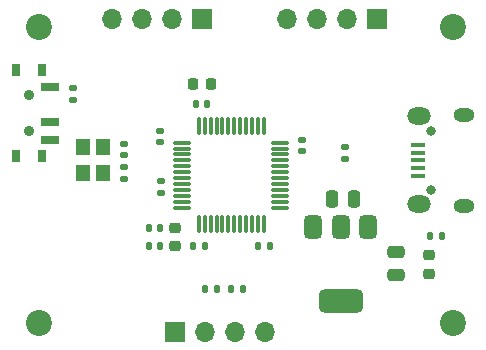
<source format=gbr>
%TF.GenerationSoftware,KiCad,Pcbnew,8.0.0*%
%TF.CreationDate,2024-03-15T15:48:41+01:00*%
%TF.ProjectId,STM32F103_BluePill,53544d33-3246-4313-9033-5f426c756550,rev?*%
%TF.SameCoordinates,Original*%
%TF.FileFunction,Soldermask,Top*%
%TF.FilePolarity,Negative*%
%FSLAX46Y46*%
G04 Gerber Fmt 4.6, Leading zero omitted, Abs format (unit mm)*
G04 Created by KiCad (PCBNEW 8.0.0) date 2024-03-15 15:48:41*
%MOMM*%
%LPD*%
G01*
G04 APERTURE LIST*
G04 Aperture macros list*
%AMRoundRect*
0 Rectangle with rounded corners*
0 $1 Rounding radius*
0 $2 $3 $4 $5 $6 $7 $8 $9 X,Y pos of 4 corners*
0 Add a 4 corners polygon primitive as box body*
4,1,4,$2,$3,$4,$5,$6,$7,$8,$9,$2,$3,0*
0 Add four circle primitives for the rounded corners*
1,1,$1+$1,$2,$3*
1,1,$1+$1,$4,$5*
1,1,$1+$1,$6,$7*
1,1,$1+$1,$8,$9*
0 Add four rect primitives between the rounded corners*
20,1,$1+$1,$2,$3,$4,$5,0*
20,1,$1+$1,$4,$5,$6,$7,0*
20,1,$1+$1,$6,$7,$8,$9,0*
20,1,$1+$1,$8,$9,$2,$3,0*%
G04 Aperture macros list end*
%ADD10C,2.200000*%
%ADD11RoundRect,0.225000X-0.225000X-0.250000X0.225000X-0.250000X0.225000X0.250000X-0.225000X0.250000X0*%
%ADD12O,0.800000X0.800000*%
%ADD13R,1.300000X0.450000*%
%ADD14O,1.800000X1.150000*%
%ADD15O,2.000000X1.450000*%
%ADD16RoundRect,0.140000X-0.140000X-0.170000X0.140000X-0.170000X0.140000X0.170000X-0.140000X0.170000X0*%
%ADD17RoundRect,0.140000X-0.170000X0.140000X-0.170000X-0.140000X0.170000X-0.140000X0.170000X0.140000X0*%
%ADD18RoundRect,0.135000X0.185000X-0.135000X0.185000X0.135000X-0.185000X0.135000X-0.185000X-0.135000X0*%
%ADD19RoundRect,0.140000X0.170000X-0.140000X0.170000X0.140000X-0.170000X0.140000X-0.170000X-0.140000X0*%
%ADD20RoundRect,0.250000X-0.250000X-0.475000X0.250000X-0.475000X0.250000X0.475000X-0.250000X0.475000X0*%
%ADD21RoundRect,0.140000X0.140000X0.170000X-0.140000X0.170000X-0.140000X-0.170000X0.140000X-0.170000X0*%
%ADD22R,1.700000X1.700000*%
%ADD23O,1.700000X1.700000*%
%ADD24RoundRect,0.075000X-0.662500X-0.075000X0.662500X-0.075000X0.662500X0.075000X-0.662500X0.075000X0*%
%ADD25RoundRect,0.075000X-0.075000X-0.662500X0.075000X-0.662500X0.075000X0.662500X-0.075000X0.662500X0*%
%ADD26RoundRect,0.250000X0.475000X-0.250000X0.475000X0.250000X-0.475000X0.250000X-0.475000X-0.250000X0*%
%ADD27R,1.200000X1.400000*%
%ADD28RoundRect,0.218750X-0.256250X0.218750X-0.256250X-0.218750X0.256250X-0.218750X0.256250X0.218750X0*%
%ADD29RoundRect,0.375000X-0.375000X0.625000X-0.375000X-0.625000X0.375000X-0.625000X0.375000X0.625000X0*%
%ADD30RoundRect,0.500000X-1.400000X0.500000X-1.400000X-0.500000X1.400000X-0.500000X1.400000X0.500000X0*%
%ADD31R,0.800000X1.000000*%
%ADD32C,0.900000*%
%ADD33R,1.500000X0.700000*%
%ADD34RoundRect,0.135000X0.135000X0.185000X-0.135000X0.185000X-0.135000X-0.185000X0.135000X-0.185000X0*%
%ADD35RoundRect,0.135000X-0.135000X-0.185000X0.135000X-0.185000X0.135000X0.185000X-0.135000X0.185000X0*%
%ADD36RoundRect,0.135000X-0.185000X0.135000X-0.185000X-0.135000X0.185000X-0.135000X0.185000X0.135000X0*%
G04 APERTURE END LIST*
D10*
%TO.C,H4*%
X133750000Y-87750000D03*
%TD*%
D11*
%TO.C,C3*%
X146725000Y-92500000D03*
X148275000Y-92500000D03*
%TD*%
D12*
%TO.C,J3*%
X166945000Y-101500000D03*
X166945000Y-96500000D03*
D13*
X165845000Y-100300000D03*
X165845000Y-99650000D03*
X165845000Y-99000000D03*
X165845000Y-98350000D03*
X165845000Y-97700000D03*
D14*
X169695000Y-102875000D03*
D15*
X165895000Y-102725000D03*
X165895000Y-95275000D03*
D14*
X169695000Y-95125000D03*
%TD*%
D16*
%TO.C,C4*%
X146790000Y-106250000D03*
X147750000Y-106250000D03*
%TD*%
D17*
%TO.C,C9*%
X156000000Y-97270000D03*
X156000000Y-98230000D03*
%TD*%
D18*
%TO.C,R4*%
X136600000Y-93910000D03*
X136600000Y-92890000D03*
%TD*%
D19*
%TO.C,C5*%
X140875000Y-98550000D03*
X140875000Y-97590000D03*
%TD*%
%TO.C,C11*%
X144020000Y-101730000D03*
X144020000Y-100770000D03*
%TD*%
D20*
%TO.C,C1*%
X158487500Y-102237500D03*
X160387500Y-102237500D03*
%TD*%
D21*
%TO.C,C12*%
X143980000Y-104750000D03*
X143020000Y-104750000D03*
%TD*%
D22*
%TO.C,J4*%
X162300000Y-87000000D03*
D23*
X159760000Y-87000000D03*
X157220000Y-87000000D03*
X154680000Y-87000000D03*
%TD*%
D10*
%TO.C,H2*%
X168750000Y-112750000D03*
%TD*%
%TO.C,H1*%
X133750000Y-112750000D03*
%TD*%
D19*
%TO.C,C6*%
X144000000Y-97480000D03*
X144000000Y-96520000D03*
%TD*%
D24*
%TO.C,U2*%
X145837500Y-97500000D03*
X145837500Y-98000000D03*
X145837500Y-98500000D03*
X145837500Y-99000000D03*
X145837500Y-99500000D03*
X145837500Y-100000000D03*
X145837500Y-100500000D03*
X145837500Y-101000000D03*
X145837500Y-101500000D03*
X145837500Y-102000000D03*
X145837500Y-102500000D03*
X145837500Y-103000000D03*
D25*
X147250000Y-104412500D03*
X147750000Y-104412500D03*
X148250000Y-104412500D03*
X148750000Y-104412500D03*
X149250000Y-104412500D03*
X149750000Y-104412500D03*
X150250000Y-104412500D03*
X150750000Y-104412500D03*
X151250000Y-104412500D03*
X151750000Y-104412500D03*
X152250000Y-104412500D03*
X152750000Y-104412500D03*
D24*
X154162500Y-103000000D03*
X154162500Y-102500000D03*
X154162500Y-102000000D03*
X154162500Y-101500000D03*
X154162500Y-101000000D03*
X154162500Y-100500000D03*
X154162500Y-100000000D03*
X154162500Y-99500000D03*
X154162500Y-99000000D03*
X154162500Y-98500000D03*
X154162500Y-98000000D03*
X154162500Y-97500000D03*
D25*
X152750000Y-96087500D03*
X152250000Y-96087500D03*
X151750000Y-96087500D03*
X151250000Y-96087500D03*
X150750000Y-96087500D03*
X150250000Y-96087500D03*
X149750000Y-96087500D03*
X149250000Y-96087500D03*
X148750000Y-96087500D03*
X148250000Y-96087500D03*
X147750000Y-96087500D03*
X147250000Y-96087500D03*
%TD*%
D21*
%TO.C,C13*%
X143980000Y-106250000D03*
X143020000Y-106250000D03*
%TD*%
D26*
%TO.C,C2*%
X163937500Y-108687500D03*
X163937500Y-106787500D03*
%TD*%
D27*
%TO.C,Y1*%
X137425000Y-97850000D03*
X137425000Y-100050000D03*
X139125000Y-100050000D03*
X139125000Y-97850000D03*
%TD*%
D28*
%TO.C,FB1*%
X145250000Y-104712500D03*
X145250000Y-106287500D03*
%TD*%
D29*
%TO.C,U1*%
X161550000Y-104600000D03*
X159250000Y-104600000D03*
D30*
X159250000Y-110900000D03*
D29*
X156950000Y-104600000D03*
%TD*%
D31*
%TO.C,SW1*%
X134005000Y-91350000D03*
X131795000Y-91350000D03*
D32*
X132895000Y-93500000D03*
X132895000Y-96500000D03*
D31*
X134005000Y-98650000D03*
X131795000Y-98650000D03*
D33*
X134655000Y-92750000D03*
X134655000Y-95750000D03*
X134655000Y-97250000D03*
%TD*%
D34*
%TO.C,R2*%
X148780000Y-109860000D03*
X147760000Y-109860000D03*
%TD*%
D10*
%TO.C,H3*%
X168750000Y-87750000D03*
%TD*%
D19*
%TO.C,C7*%
X140875000Y-100550000D03*
X140875000Y-99590000D03*
%TD*%
D35*
%TO.C,R3*%
X150010000Y-109860000D03*
X151030000Y-109860000D03*
%TD*%
D22*
%TO.C,J2*%
X145200000Y-113500000D03*
D23*
X147740000Y-113500000D03*
X150280000Y-113500000D03*
X152820000Y-113500000D03*
%TD*%
D16*
%TO.C,C10*%
X147020000Y-94250000D03*
X147980000Y-94250000D03*
%TD*%
D21*
%TO.C,C8*%
X153260000Y-106270000D03*
X152300000Y-106270000D03*
%TD*%
D22*
%TO.C,J1*%
X147550000Y-87000000D03*
D23*
X145010000Y-87000000D03*
X142470000Y-87000000D03*
X139930000Y-87000000D03*
%TD*%
D28*
%TO.C,D1*%
X166700000Y-107012500D03*
X166700000Y-108587500D03*
%TD*%
D35*
%TO.C,R1*%
X166790000Y-105400000D03*
X167810000Y-105400000D03*
%TD*%
D36*
%TO.C,R5*%
X159620000Y-97830000D03*
X159620000Y-98850000D03*
%TD*%
M02*

</source>
